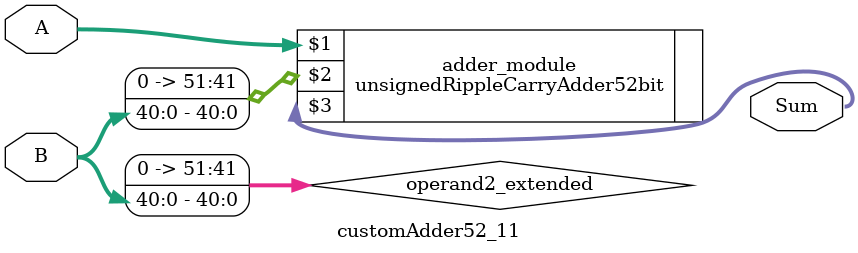
<source format=v>
module customAdder52_11(
                        input [51 : 0] A,
                        input [40 : 0] B,
                        
                        output [52 : 0] Sum
                );

        wire [51 : 0] operand2_extended;
        
        assign operand2_extended =  {11'b0, B};
        
        unsignedRippleCarryAdder52bit adder_module(
            A,
            operand2_extended,
            Sum
        );
        
        endmodule
        
</source>
